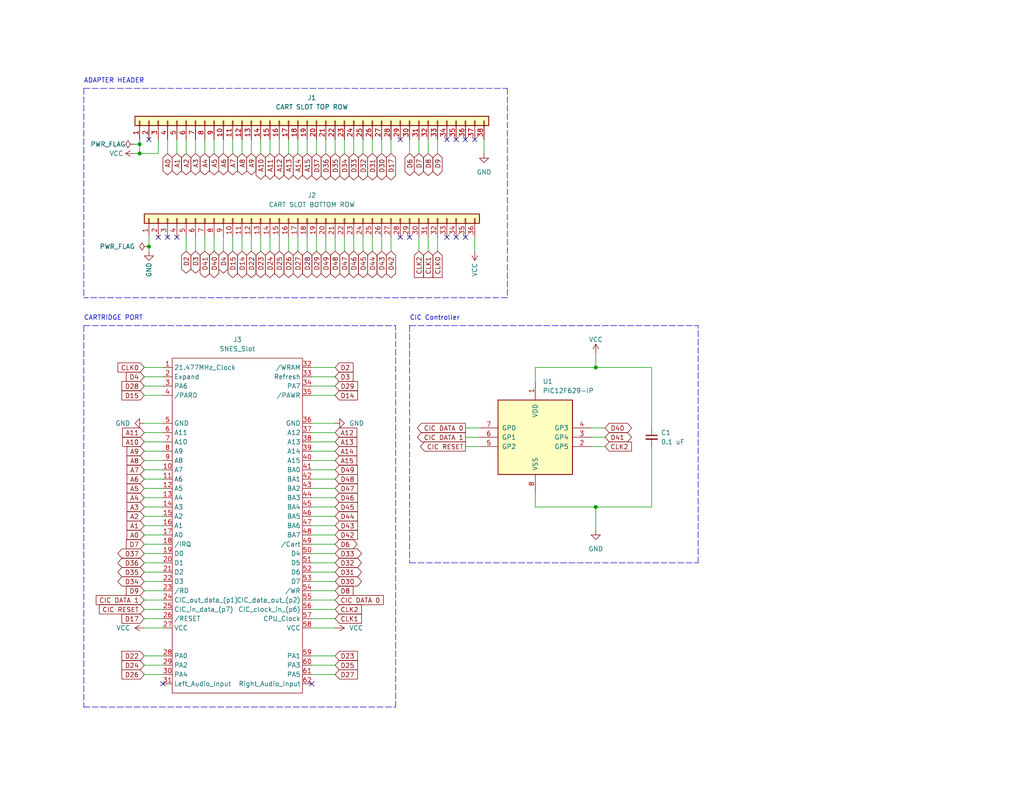
<source format=kicad_sch>
(kicad_sch (version 20211123) (generator eeschema)
  (paper "A")
  (title_block (title "OSCR SHIELD - SNES BREAKOUT") (date "2023-01-23"))
  (lib_symbols
    (symbol "!OSCR:SNES_Slot"
      (property "Reference" "J" (at 12.7 45.72 0))
      (property "Value" "SNES_Slot" (at -11.43 45.72 0))
      (symbol "SNES_Slot_0_1"
        (rectangle (start -16.51 44.45) (end 19.05 -46.99) (stroke (width 0.1524)))
      )
      (symbol "SNES_Slot_1_1"
        (pin input line (at -19.05 41.91 0) (length 2.54) (name "21.477MHz_Clock") (number "1"))
        (pin input line (at -19.05 13.97 0) (length 2.54) (name "A7") (number "10"))
        (pin input line (at -19.05 11.43 0) (length 2.54) (name "A6") (number "11"))
        (pin input line (at -19.05 8.89 0) (length 2.54) (name "A5") (number "12"))
        (pin input line (at -19.05 6.35 0) (length 2.54) (name "A4") (number "13"))
        (pin input line (at -19.05 3.81 0) (length 2.54) (name "A3") (number "14"))
        (pin input line (at -19.05 1.27 0) (length 2.54) (name "A2") (number "15"))
        (pin input line (at -19.05 -1.27 0) (length 2.54) (name "A1") (number "16"))
        (pin input line (at -19.05 -3.81 0) (length 2.54) (name "A0") (number "17"))
        (pin input line (at -19.05 -6.35 0) (length 2.54) (name "/IRQ") (number "18"))
        (pin bidirectional line (at -19.05 -8.89 0) (length 2.54) (name "D0") (number "19"))
        (pin input line (at -19.05 39.37 0) (length 2.54) (name "Expand") (number "2"))
        (pin bidirectional line (at -19.05 -11.43 0) (length 2.54) (name "D1") (number "20"))
        (pin bidirectional line (at -19.05 -13.97 0) (length 2.54) (name "D2") (number "21"))
        (pin bidirectional line (at -19.05 -16.51 0) (length 2.54) (name "D3") (number "22"))
        (pin input line (at -19.05 -19.05 0) (length 2.54) (name "/RD") (number "23"))
        (pin output line (at -19.05 -21.59 0) (length 2.54) (name "CIC_out_data_(p1)") (number "24"))
        (pin input line (at -19.05 -24.13 0) (length 2.54) (name "CIC_in_data_(p7)") (number "25"))
        (pin input line (at -19.05 -26.67 0) (length 2.54) (name "/RESET") (number "26"))
        (pin power_in line (at -19.05 -29.21 0) (length 2.54) (name "VCC") (number "27"))
        (pin input line (at -19.05 -36.83 0) (length 2.54) (name "PA0") (number "28"))
        (pin input line (at -19.05 -39.37 0) (length 2.54) (name "PA2") (number "29"))
        (pin input line (at -19.05 36.83 0) (length 2.54) (name "PA6") (number "3"))
        (pin input line (at -19.05 -41.91 0) (length 2.54) (name "PA4") (number "30"))
        (pin input line (at -19.05 -44.45 0) (length 2.54) (name "Left_Audio_Input") (number "31"))
        (pin input line (at 21.59 41.91 180) (length 2.54) (name "/WRAM") (number "32"))
        (pin input line (at 21.59 39.37 180) (length 2.54) (name "Refresh") (number "33"))
        (pin input line (at 21.59 36.83 180) (length 2.54) (name "PA7") (number "34"))
        (pin input line (at 21.59 34.29 180) (length 2.54) (name "/PAWR") (number "35"))
        (pin power_in line (at 21.59 26.67 180) (length 2.54) (name "GND") (number "36"))
        (pin input line (at 21.59 24.13 180) (length 2.54) (name "A12") (number "37"))
        (pin input line (at 21.59 21.59 180) (length 2.54) (name "A13") (number "38"))
        (pin input line (at 21.59 19.05 180) (length 2.54) (name "A14") (number "39"))
        (pin input line (at -19.05 34.29 0) (length 2.54) (name "/PARD") (number "4"))
        (pin input line (at 21.59 16.51 180) (length 2.54) (name "A15") (number "40"))
        (pin input line (at 21.59 13.97 180) (length 2.54) (name "BA0") (number "41"))
        (pin input line (at 21.59 11.43 180) (length 2.54) (name "BA1") (number "42"))
        (pin input line (at 21.59 8.89 180) (length 2.54) (name "BA2") (number "43"))
        (pin input line (at 21.59 6.35 180) (length 2.54) (name "BA3") (number "44"))
        (pin input line (at 21.59 3.81 180) (length 2.54) (name "BA4") (number "45"))
        (pin input line (at 21.59 1.27 180) (length 2.54) (name "BA5") (number "46"))
        (pin input line (at 21.59 -1.27 180) (length 2.54) (name "BA6") (number "47"))
        (pin input line (at 21.59 -3.81 180) (length 2.54) (name "BA7") (number "48"))
        (pin input line (at 21.59 -6.35 180) (length 2.54) (name "/Cart") (number "49"))
        (pin power_in line (at -19.05 26.67 0) (length 2.54) (name "GND") (number "5"))
        (pin bidirectional line (at 21.59 -8.89 180) (length 2.54) (name "D4") (number "50"))
        (pin bidirectional line (at 21.59 -11.43 180) (length 2.54) (name "D5") (number "51"))
        (pin bidirectional line (at 21.59 -13.97 180) (length 2.54) (name "D6") (number "52"))
        (pin bidirectional line (at 21.59 -16.51 180) (length 2.54) (name "D7") (number "53"))
        (pin input line (at 21.59 -19.05 180) (length 2.54) (name "/WR") (number "54"))
        (pin output line (at 21.59 -21.59 180) (length 2.54) (name "CIC_data_out_(p2)") (number "55"))
        (pin input line (at 21.59 -24.13 180) (length 2.54) (name "CIC_clock_in_(p6)") (number "56"))
        (pin input line (at 21.59 -26.67 180) (length 2.54) (name "CPU_Clock") (number "57"))
        (pin power_in line (at 21.59 -29.21 180) (length 2.54) (name "VCC") (number "58"))
        (pin input line (at 21.59 -36.83 180) (length 2.54) (name "PA1") (number "59"))
        (pin input line (at -19.05 24.13 0) (length 2.54) (name "A11") (number "6"))
        (pin input line (at 21.59 -39.37 180) (length 2.54) (name "PA3") (number "60"))
        (pin input line (at 21.59 -41.91 180) (length 2.54) (name "PA5") (number "61"))
        (pin input line (at 21.59 -44.45 180) (length 2.54) (name "Right_Audio_Input") (number "62"))
        (pin input line (at -19.05 21.59 0) (length 2.54) (name "A10") (number "7"))
        (pin input line (at -19.05 19.05 0) (length 2.54) (name "A9") (number "8"))
        (pin input line (at -19.05 16.51 0) (length 2.54) (name "A8") (number "9"))
      )
    )
    (symbol "Connector_Generic:Conn_01x36" (pin_names (offset 1.016) hide)
      (property "Reference" "J" (at 0 45.72 0))
      (property "Value" "Conn_01x36" (at 0 -48.26 0))
      (symbol "Conn_01x36_1_1"
        (rectangle (start -1.27 -45.593) (end 0 -45.847) (stroke (width 0.1524)))
        (rectangle (start -1.27 -43.053) (end 0 -43.307) (stroke (width 0.1524)))
        (rectangle (start -1.27 -40.513) (end 0 -40.767) (stroke (width 0.1524)))
        (rectangle (start -1.27 -37.973) (end 0 -38.227) (stroke (width 0.1524)))
        (rectangle (start -1.27 -35.433) (end 0 -35.687) (stroke (width 0.1524)))
        (rectangle (start -1.27 -32.893) (end 0 -33.147) (stroke (width 0.1524)))
        (rectangle (start -1.27 -30.353) (end 0 -30.607) (stroke (width 0.1524)))
        (rectangle (start -1.27 -27.813) (end 0 -28.067) (stroke (width 0.1524)))
        (rectangle (start -1.27 -25.273) (end 0 -25.527) (stroke (width 0.1524)))
        (rectangle (start -1.27 -22.733) (end 0 -22.987) (stroke (width 0.1524)))
        (rectangle (start -1.27 -20.193) (end 0 -20.447) (stroke (width 0.1524)))
        (rectangle (start -1.27 -17.653) (end 0 -17.907) (stroke (width 0.1524)))
        (rectangle (start -1.27 -15.113) (end 0 -15.367) (stroke (width 0.1524)))
        (rectangle (start -1.27 -12.573) (end 0 -12.827) (stroke (width 0.1524)))
        (rectangle (start -1.27 -10.033) (end 0 -10.287) (stroke (width 0.1524)))
        (rectangle (start -1.27 -7.493) (end 0 -7.747) (stroke (width 0.1524)))
        (rectangle (start -1.27 -4.953) (end 0 -5.207) (stroke (width 0.1524)))
        (rectangle (start -1.27 -2.413) (end 0 -2.667) (stroke (width 0.1524)))
        (rectangle (start -1.27 0.127) (end 0 -0.127) (stroke (width 0.1524)))
        (rectangle (start -1.27 2.667) (end 0 2.413) (stroke (width 0.1524)))
        (rectangle (start -1.27 5.207) (end 0 4.953) (stroke (width 0.1524)))
        (rectangle (start -1.27 7.747) (end 0 7.493) (stroke (width 0.1524)))
        (rectangle (start -1.27 10.287) (end 0 10.033) (stroke (width 0.1524)))
        (rectangle (start -1.27 12.827) (end 0 12.573) (stroke (width 0.1524)))
        (rectangle (start -1.27 15.367) (end 0 15.113) (stroke (width 0.1524)))
        (rectangle (start -1.27 17.907) (end 0 17.653) (stroke (width 0.1524)))
        (rectangle (start -1.27 20.447) (end 0 20.193) (stroke (width 0.1524)))
        (rectangle (start -1.27 22.987) (end 0 22.733) (stroke (width 0.1524)))
        (rectangle (start -1.27 25.527) (end 0 25.273) (stroke (width 0.1524)))
        (rectangle (start -1.27 28.067) (end 0 27.813) (stroke (width 0.1524)))
        (rectangle (start -1.27 30.607) (end 0 30.353) (stroke (width 0.1524)))
        (rectangle (start -1.27 33.147) (end 0 32.893) (stroke (width 0.1524)))
        (rectangle (start -1.27 35.687) (end 0 35.433) (stroke (width 0.1524)))
        (rectangle (start -1.27 38.227) (end 0 37.973) (stroke (width 0.1524)))
        (rectangle (start -1.27 40.767) (end 0 40.513) (stroke (width 0.1524)))
        (rectangle (start -1.27 43.307) (end 0 43.053) (stroke (width 0.1524)))
        (rectangle (start -1.27 44.45) (end 1.27 -46.99) (stroke (width 0.254)) (fill (type background)))
        (pin passive line (at -5.08 43.18 0) (length 3.81) (name "Pin_1") (number "1"))
        (pin passive line (at -5.08 20.32 0) (length 3.81) (name "Pin_10") (number "10"))
        (pin passive line (at -5.08 17.78 0) (length 3.81) (name "Pin_11") (number "11"))
        (pin passive line (at -5.08 15.24 0) (length 3.81) (name "Pin_12") (number "12"))
        (pin passive line (at -5.08 12.7 0) (length 3.81) (name "Pin_13") (number "13"))
        (pin passive line (at -5.08 10.16 0) (length 3.81) (name "Pin_14") (number "14"))
        (pin passive line (at -5.08 7.62 0) (length 3.81) (name "Pin_15") (number "15"))
        (pin passive line (at -5.08 5.08 0) (length 3.81) (name "Pin_16") (number "16"))
        (pin passive line (at -5.08 2.54 0) (length 3.81) (name "Pin_17") (number "17"))
        (pin passive line (at -5.08 0 0) (length 3.81) (name "Pin_18") (number "18"))
        (pin passive line (at -5.08 -2.54 0) (length 3.81) (name "Pin_19") (number "19"))
        (pin passive line (at -5.08 40.64 0) (length 3.81) (name "Pin_2") (number "2"))
        (pin passive line (at -5.08 -5.08 0) (length 3.81) (name "Pin_20") (number "20"))
        (pin passive line (at -5.08 -7.62 0) (length 3.81) (name "Pin_21") (number "21"))
        (pin passive line (at -5.08 -10.16 0) (length 3.81) (name "Pin_22") (number "22"))
        (pin passive line (at -5.08 -12.7 0) (length 3.81) (name "Pin_23") (number "23"))
        (pin passive line (at -5.08 -15.24 0) (length 3.81) (name "Pin_24") (number "24"))
        (pin passive line (at -5.08 -17.78 0) (length 3.81) (name "Pin_25") (number "25"))
        (pin passive line (at -5.08 -20.32 0) (length 3.81) (name "Pin_26") (number "26"))
        (pin passive line (at -5.08 -22.86 0) (length 3.81) (name "Pin_27") (number "27"))
        (pin passive line (at -5.08 -25.4 0) (length 3.81) (name "Pin_28") (number "28"))
        (pin passive line (at -5.08 -27.94 0) (length 3.81) (name "Pin_29") (number "29"))
        (pin passive line (at -5.08 38.1 0) (length 3.81) (name "Pin_3") (number "3"))
        (pin passive line (at -5.08 -30.48 0) (length 3.81) (name "Pin_30") (number "30"))
        (pin passive line (at -5.08 -33.02 0) (length 3.81) (name "Pin_31") (number "31"))
        (pin passive line (at -5.08 -35.56 0) (length 3.81) (name "Pin_32") (number "32"))
        (pin passive line (at -5.08 -38.1 0) (length 3.81) (name "Pin_33") (number "33"))
        (pin passive line (at -5.08 -40.64 0) (length 3.81) (name "Pin_34") (number "34"))
        (pin passive line (at -5.08 -43.18 0) (length 3.81) (name "Pin_35") (number "35"))
        (pin passive line (at -5.08 -45.72 0) (length 3.81) (name "Pin_36") (number "36"))
        (pin passive line (at -5.08 35.56 0) (length 3.81) (name "Pin_4") (number "4"))
        (pin passive line (at -5.08 33.02 0) (length 3.81) (name "Pin_5") (number "5"))
        (pin passive line (at -5.08 30.48 0) (length 3.81) (name "Pin_6") (number "6"))
        (pin passive line (at -5.08 27.94 0) (length 3.81) (name "Pin_7") (number "7"))
        (pin passive line (at -5.08 25.4 0) (length 3.81) (name "Pin_8") (number "8"))
        (pin passive line (at -5.08 22.86 0) (length 3.81) (name "Pin_9") (number "9"))
      )
    )
    (symbol "Connector_Generic:Conn_01x38" (pin_names (offset 1.016) hide)
      (property "Reference" "J" (at 0 48.26 0))
      (property "Value" "Conn_01x38" (at 0 -50.8 0))
      (symbol "Conn_01x38_1_1"
        (rectangle (start -1.27 -48.133) (end 0 -48.387) (stroke (width 0.1524)))
        (rectangle (start -1.27 -45.593) (end 0 -45.847) (stroke (width 0.1524)))
        (rectangle (start -1.27 -43.053) (end 0 -43.307) (stroke (width 0.1524)))
        (rectangle (start -1.27 -40.513) (end 0 -40.767) (stroke (width 0.1524)))
        (rectangle (start -1.27 -37.973) (end 0 -38.227) (stroke (width 0.1524)))
        (rectangle (start -1.27 -35.433) (end 0 -35.687) (stroke (width 0.1524)))
        (rectangle (start -1.27 -32.893) (end 0 -33.147) (stroke (width 0.1524)))
        (rectangle (start -1.27 -30.353) (end 0 -30.607) (stroke (width 0.1524)))
        (rectangle (start -1.27 -27.813) (end 0 -28.067) (stroke (width 0.1524)))
        (rectangle (start -1.27 -25.273) (end 0 -25.527) (stroke (width 0.1524)))
        (rectangle (start -1.27 -22.733) (end 0 -22.987) (stroke (width 0.1524)))
        (rectangle (start -1.27 -20.193) (end 0 -20.447) (stroke (width 0.1524)))
        (rectangle (start -1.27 -17.653) (end 0 -17.907) (stroke (width 0.1524)))
        (rectangle (start -1.27 -15.113) (end 0 -15.367) (stroke (width 0.1524)))
        (rectangle (start -1.27 -12.573) (end 0 -12.827) (stroke (width 0.1524)))
        (rectangle (start -1.27 -10.033) (end 0 -10.287) (stroke (width 0.1524)))
        (rectangle (start -1.27 -7.493) (end 0 -7.747) (stroke (width 0.1524)))
        (rectangle (start -1.27 -4.953) (end 0 -5.207) (stroke (width 0.1524)))
        (rectangle (start -1.27 -2.413) (end 0 -2.667) (stroke (width 0.1524)))
        (rectangle (start -1.27 0.127) (end 0 -0.127) (stroke (width 0.1524)))
        (rectangle (start -1.27 2.667) (end 0 2.413) (stroke (width 0.1524)))
        (rectangle (start -1.27 5.207) (end 0 4.953) (stroke (width 0.1524)))
        (rectangle (start -1.27 7.747) (end 0 7.493) (stroke (width 0.1524)))
        (rectangle (start -1.27 10.287) (end 0 10.033) (stroke (width 0.1524)))
        (rectangle (start -1.27 12.827) (end 0 12.573) (stroke (width 0.1524)))
        (rectangle (start -1.27 15.367) (end 0 15.113) (stroke (width 0.1524)))
        (rectangle (start -1.27 17.907) (end 0 17.653) (stroke (width 0.1524)))
        (rectangle (start -1.27 20.447) (end 0 20.193) (stroke (width 0.1524)))
        (rectangle (start -1.27 22.987) (end 0 22.733) (stroke (width 0.1524)))
        (rectangle (start -1.27 25.527) (end 0 25.273) (stroke (width 0.1524)))
        (rectangle (start -1.27 28.067) (end 0 27.813) (stroke (width 0.1524)))
        (rectangle (start -1.27 30.607) (end 0 30.353) (stroke (width 0.1524)))
        (rectangle (start -1.27 33.147) (end 0 32.893) (stroke (width 0.1524)))
        (rectangle (start -1.27 35.687) (end 0 35.433) (stroke (width 0.1524)))
        (rectangle (start -1.27 38.227) (end 0 37.973) (stroke (width 0.1524)))
        (rectangle (start -1.27 40.767) (end 0 40.513) (stroke (width 0.1524)))
        (rectangle (start -1.27 43.307) (end 0 43.053) (stroke (width 0.1524)))
        (rectangle (start -1.27 45.847) (end 0 45.593) (stroke (width 0.1524)))
        (rectangle (start -1.27 46.99) (end 1.27 -49.53) (stroke (width 0.254)) (fill (type background)))
        (pin passive line (at -5.08 45.72 0) (length 3.81) (name "Pin_1") (number "1"))
        (pin passive line (at -5.08 22.86 0) (length 3.81) (name "Pin_10") (number "10"))
        (pin passive line (at -5.08 20.32 0) (length 3.81) (name "Pin_11") (number "11"))
        (pin passive line (at -5.08 17.78 0) (length 3.81) (name "Pin_12") (number "12"))
        (pin passive line (at -5.08 15.24 0) (length 3.81) (name "Pin_13") (number "13"))
        (pin passive line (at -5.08 12.7 0) (length 3.81) (name "Pin_14") (number "14"))
        (pin passive line (at -5.08 10.16 0) (length 3.81) (name "Pin_15") (number "15"))
        (pin passive line (at -5.08 7.62 0) (length 3.81) (name "Pin_16") (number "16"))
        (pin passive line (at -5.08 5.08 0) (length 3.81) (name "Pin_17") (number "17"))
        (pin passive line (at -5.08 2.54 0) (length 3.81) (name "Pin_18") (number "18"))
        (pin passive line (at -5.08 0 0) (length 3.81) (name "Pin_19") (number "19"))
        (pin passive line (at -5.08 43.18 0) (length 3.81) (name "Pin_2") (number "2"))
        (pin passive line (at -5.08 -2.54 0) (length 3.81) (name "Pin_20") (number "20"))
        (pin passive line (at -5.08 -5.08 0) (length 3.81) (name "Pin_21") (number "21"))
        (pin passive line (at -5.08 -7.62 0) (length 3.81) (name "Pin_22") (number "22"))
        (pin passive line (at -5.08 -10.16 0) (length 3.81) (name "Pin_23") (number "23"))
        (pin passive line (at -5.08 -12.7 0) (length 3.81) (name "Pin_24") (number "24"))
        (pin passive line (at -5.08 -15.24 0) (length 3.81) (name "Pin_25") (number "25"))
        (pin passive line (at -5.08 -17.78 0) (length 3.81) (name "Pin_26") (number "26"))
        (pin passive line (at -5.08 -20.32 0) (length 3.81) (name "Pin_27") (number "27"))
        (pin passive line (at -5.08 -22.86 0) (length 3.81) (name "Pin_28") (number "28"))
        (pin passive line (at -5.08 -25.4 0) (length 3.81) (name "Pin_29") (number "29"))
        (pin passive line (at -5.08 40.64 0) (length 3.81) (name "Pin_3") (number "3"))
        (pin passive line (at -5.08 -27.94 0) (length 3.81) (name "Pin_30") (number "30"))
        (pin passive line (at -5.08 -30.48 0) (length 3.81) (name "Pin_31") (number "31"))
        (pin passive line (at -5.08 -33.02 0) (length 3.81) (name "Pin_32") (number "32"))
        (pin passive line (at -5.08 -35.56 0) (length 3.81) (name "Pin_33") (number "33"))
        (pin passive line (at -5.08 -38.1 0) (length 3.81) (name "Pin_34") (number "34"))
        (pin passive line (at -5.08 -40.64 0) (length 3.81) (name "Pin_35") (number "35"))
        (pin passive line (at -5.08 -43.18 0) (length 3.81) (name "Pin_36") (number "36"))
        (pin passive line (at -5.08 -45.72 0) (length 3.81) (name "Pin_37") (number "37"))
        (pin passive line (at -5.08 -48.26 0) (length 3.81) (name "Pin_38") (number "38"))
        (pin passive line (at -5.08 38.1 0) (length 3.81) (name "Pin_4") (number "4"))
        (pin passive line (at -5.08 35.56 0) (length 3.81) (name "Pin_5") (number "5"))
        (pin passive line (at -5.08 33.02 0) (length 3.81) (name "Pin_6") (number "6"))
        (pin passive line (at -5.08 30.48 0) (length 3.81) (name "Pin_7") (number "7"))
        (pin passive line (at -5.08 27.94 0) (length 3.81) (name "Pin_8") (number "8"))
        (pin passive line (at -5.08 25.4 0) (length 3.81) (name "Pin_9") (number "9"))
      )
    )
    (symbol "Device:C_Small" (pin_numbers hide) (pin_names (offset 0.254) hide)
      (property "Reference" "C" (at 0.254 1.778 0))
      (property "Value" "C_Small" (at 0.254 -2.032 0))
      (symbol "C_Small_0_1"
        (polyline (pts (xy -1.524 -0.508) (xy 1.524 -0.508)) (stroke (width 0.3302)))
        (polyline (pts (xy -1.524 0.508) (xy 1.524 0.508)) (stroke (width 0.3048)))
      )
      (symbol "C_Small_1_1"
        (pin passive line (at 0 2.54 270) (length 2.032) (name "~") (number "1"))
        (pin passive line (at 0 -2.54 90) (length 2.032) (name "~") (number "2"))
      )
    )
    (symbol "MCU_Microchip_PIC12:PIC12F629-IP" (pin_names (offset 1.016))
      (property "Reference" "U" (at 1.27 13.97 0))
      (property "Value" "PIC12F629-IP" (at 1.27 11.43 0))
      (symbol "PIC12F629-IP_0_1"
        (rectangle (start 10.16 -10.16) (end -10.16 10.16) (stroke (width 0.254)) (fill (type background)))
      )
      (symbol "PIC12F629-IP_1_1"
        (pin power_in line (at 0 15.24 270) (length 5.08) (name "VDD") (number "1"))
        (pin bidirectional line (at 15.24 -2.54 180) (length 5.08) (name "GP5") (number "2"))
        (pin bidirectional line (at 15.24 0 180) (length 5.08) (name "GP4") (number "3"))
        (pin input line (at 15.24 2.54 180) (length 5.08) (name "GP3") (number "4"))
        (pin bidirectional line (at -15.24 -2.54 0) (length 5.08) (name "GP2") (number "5"))
        (pin bidirectional line (at -15.24 0 0) (length 5.08) (name "GP1") (number "6"))
        (pin bidirectional line (at -15.24 2.54 0) (length 5.08) (name "GP0") (number "7"))
        (pin power_in line (at 0 -15.24 90) (length 5.08) (name "VSS") (number "8"))
      )
    )
    (symbol "power:GND" (power) (pin_names (offset 0))
      (property "Value" "GND" (at 0 -3.81 0))
      (symbol "GND_0_1"
        (polyline (pts (xy 0 0) (xy 0 -1.27) (xy 1.27 -1.27) (xy 0 -2.54) (xy -1.27 -1.27) (xy 0 -1.27)))
      )
      (symbol "GND_1_1"
        (pin power_in line (at 0 0 270) (length 0) hide (name "GND") (number "1"))
      )
    )
    (symbol "power:PWR_FLAG" (power) (pin_numbers hide) (pin_names (offset 0) hide)
      (property "Value" "PWR_FLAG" (at 0 3.81 0))
      (symbol "PWR_FLAG_0_0"
        (pin power_out line (at 0 0 90) (length 0) (name "pwr") (number "1"))
      )
      (symbol "PWR_FLAG_0_1"
        (polyline (pts (xy 0 0) (xy 0 1.27) (xy -1.016 1.905) (xy 0 2.54) (xy 1.016 1.905) (xy 0 1.27)))
      )
    )
    (symbol "power:VCC" (power) (pin_names (offset 0))
      (property "Value" "VCC" (at 0 3.81 0))
      (symbol "VCC_0_1"
        (polyline (pts (xy -0.762 1.27) (xy 0 2.54)))
        (polyline (pts (xy 0 0) (xy 0 2.54)))
        (polyline (pts (xy 0 2.54) (xy 0.762 1.27)))
      )
      (symbol "VCC_1_1"
        (pin power_in line (at 0 0 90) (length 0) hide (name "VCC") (number "1"))
      )
    )
  )
  (junction (at 162.56 100.33))
  (junction (at 38.1 41.91))
  (junction (at 40.64 67.31))
  (junction (at 162.56 138.43))
  (junction (at 38.1 39.37))
  (no_connect (at 109.22 38.1))
  (no_connect (at 40.64 38.1))
  (no_connect (at 44.45 186.69))
  (no_connect (at 85.09 186.69))
  (no_connect (at 121.92 64.77))
  (no_connect (at 124.46 64.77))
  (no_connect (at 127 64.77))
  (no_connect (at 121.92 38.1))
  (no_connect (at 124.46 38.1))
  (no_connect (at 127 38.1))
  (no_connect (at 129.54 38.1))
  (no_connect (at 43.18 64.77))
  (no_connect (at 45.72 64.77))
  (no_connect (at 48.26 64.77))
  (no_connect (at 109.22 64.77))
  (no_connect (at 111.76 64.77))
  (wire (pts (xy 39.37 120.65) (xy 44.45 120.65)))
  (wire (pts (xy 53.34 64.77) (xy 53.34 68.58)))
  (wire (pts (xy 85.09 102.87) (xy 91.44 102.87)))
  (wire (pts (xy 39.37 107.95) (xy 44.45 107.95)))
  (wire (pts (xy 60.96 64.77) (xy 60.96 68.58)))
  (wire (pts (xy 39.37 143.51) (xy 44.45 143.51)))
  (wire (pts (xy 114.3 38.1) (xy 114.3 41.91)))
  (wire (pts (xy 96.52 38.1) (xy 96.52 41.91)))
  (wire (pts (xy 39.37 151.13) (xy 44.45 151.13)))
  (wire (pts (xy 81.28 38.1) (xy 81.28 41.91)))
  (wire (pts (xy 162.56 138.43) (xy 177.8 138.43)))
  (wire (pts (xy 85.09 166.37) (xy 91.44 166.37)))
  (polyline (pts (xy 190.5 153.67) (xy 190.5 88.9)))
  (wire (pts (xy 85.09 133.35) (xy 91.44 133.35)))
  (wire (pts (xy 161.29 116.84) (xy 165.1 116.84)))
  (wire (pts (xy 39.37 166.37) (xy 44.45 166.37)))
  (wire (pts (xy 86.36 64.77) (xy 86.36 68.58)))
  (wire (pts (xy 39.37 163.83) (xy 44.45 163.83)))
  (wire (pts (xy 85.09 146.05) (xy 91.44 146.05)))
  (wire (pts (xy 39.37 181.61) (xy 44.45 181.61)))
  (wire (pts (xy 39.37 153.67) (xy 44.45 153.67)))
  (polyline (pts (xy 111.76 153.67) (xy 190.5 153.67)))
  (wire (pts (xy 85.09 120.65) (xy 91.44 120.65)))
  (wire (pts (xy 38.1 39.37) (xy 38.1 41.91)))
  (wire (pts (xy 85.09 151.13) (xy 91.44 151.13)))
  (wire (pts (xy 39.37 128.27) (xy 44.45 128.27)))
  (wire (pts (xy 85.09 128.27) (xy 91.44 128.27)))
  (wire (pts (xy 111.76 38.1) (xy 111.76 41.91)))
  (polyline (pts (xy 22.86 193.04) (xy 107.95 193.04)))
  (wire (pts (xy 45.72 38.1) (xy 45.72 41.91)))
  (wire (pts (xy 78.74 38.1) (xy 78.74 41.91)))
  (wire (pts (xy 39.37 135.89) (xy 44.45 135.89)))
  (wire (pts (xy 38.1 38.1) (xy 38.1 39.37)))
  (wire (pts (xy 161.29 121.92) (xy 165.1 121.92)))
  (wire (pts (xy 76.2 38.1) (xy 76.2 41.91)))
  (wire (pts (xy 161.29 119.38) (xy 165.1 119.38)))
  (wire (pts (xy 83.82 64.77) (xy 83.82 68.58)))
  (polyline (pts (xy 111.76 88.9) (xy 111.76 153.67)))
  (wire (pts (xy 119.38 64.77) (xy 119.38 68.58)))
  (wire (pts (xy 177.8 138.43) (xy 177.8 121.92)))
  (wire (pts (xy 114.3 64.77) (xy 114.3 68.58)))
  (wire (pts (xy 39.37 125.73) (xy 44.45 125.73)))
  (wire (pts (xy 127 116.84) (xy 130.81 116.84)))
  (wire (pts (xy 39.37 102.87) (xy 44.45 102.87)))
  (wire (pts (xy 76.2 64.77) (xy 76.2 68.58)))
  (wire (pts (xy 85.09 100.33) (xy 91.44 100.33)))
  (wire (pts (xy 39.37 140.97) (xy 44.45 140.97)))
  (wire (pts (xy 85.09 163.83) (xy 91.44 163.83)))
  (wire (pts (xy 68.58 38.1) (xy 68.58 41.91)))
  (polyline (pts (xy 22.86 88.9) (xy 107.95 88.9)))
  (wire (pts (xy 43.18 38.1) (xy 43.18 41.91)))
  (wire (pts (xy 50.8 38.1) (xy 50.8 41.91)))
  (wire (pts (xy 36.83 39.37) (xy 38.1 39.37)))
  (polyline (pts (xy 107.95 193.04) (xy 107.95 88.9)))
  (wire (pts (xy 85.09 143.51) (xy 91.44 143.51)))
  (wire (pts (xy 85.09 184.15) (xy 91.44 184.15)))
  (wire (pts (xy 85.09 148.59) (xy 91.44 148.59)))
  (wire (pts (xy 48.26 38.1) (xy 48.26 41.91)))
  (wire (pts (xy 86.36 38.1) (xy 86.36 41.91)))
  (wire (pts (xy 39.37 100.33) (xy 44.45 100.33)))
  (wire (pts (xy 85.09 168.91) (xy 91.44 168.91)))
  (wire (pts (xy 101.6 64.77) (xy 101.6 68.58)))
  (wire (pts (xy 85.09 161.29) (xy 91.44 161.29)))
  (wire (pts (xy 73.66 38.1) (xy 73.66 41.91)))
  (wire (pts (xy 83.82 38.1) (xy 83.82 41.91)))
  (wire (pts (xy 93.98 64.77) (xy 93.98 68.58)))
  (polyline (pts (xy 22.86 24.13) (xy 22.86 81.28)))
  (polyline (pts (xy 22.86 24.13) (xy 138.43 24.13)))
  (polyline (pts (xy 138.43 24.13) (xy 138.43 81.28)))
  (polyline (pts (xy 138.43 81.28) (xy 22.86 81.28)))
  (wire (pts (xy 58.42 64.77) (xy 58.42 68.58)))
  (wire (pts (xy 55.88 38.1) (xy 55.88 41.91)))
  (wire (pts (xy 39.37 179.07) (xy 44.45 179.07)))
  (wire (pts (xy 104.14 38.1) (xy 104.14 41.91)))
  (polyline (pts (xy 111.76 88.9) (xy 190.5 88.9)))
  (wire (pts (xy 99.06 38.1) (xy 99.06 41.91)))
  (wire (pts (xy 85.09 130.81) (xy 91.44 130.81)))
  (wire (pts (xy 99.06 64.77) (xy 99.06 68.58)))
  (wire (pts (xy 81.28 64.77) (xy 81.28 68.58)))
  (wire (pts (xy 68.58 64.77) (xy 68.58 68.58)))
  (wire (pts (xy 71.12 38.1) (xy 71.12 41.91)))
  (wire (pts (xy 85.09 118.11) (xy 91.44 118.11)))
  (wire (pts (xy 91.44 38.1) (xy 91.44 41.91)))
  (wire (pts (xy 116.84 38.1) (xy 116.84 41.91)))
  (wire (pts (xy 85.09 138.43) (xy 91.44 138.43)))
  (wire (pts (xy 39.37 146.05) (xy 44.45 146.05)))
  (wire (pts (xy 39.37 168.91) (xy 44.45 168.91)))
  (wire (pts (xy 50.8 64.77) (xy 50.8 68.58)))
  (wire (pts (xy 39.37 156.21) (xy 44.45 156.21)))
  (wire (pts (xy 38.1 41.91) (xy 43.18 41.91)))
  (wire (pts (xy 85.09 140.97) (xy 91.44 140.97)))
  (wire (pts (xy 71.12 64.77) (xy 71.12 68.58)))
  (wire (pts (xy 39.37 123.19) (xy 44.45 123.19)))
  (wire (pts (xy 58.42 38.1) (xy 58.42 41.91)))
  (wire (pts (xy 39.37 161.29) (xy 44.45 161.29)))
  (polyline (pts (xy 22.86 88.9) (xy 22.86 193.04)))
  (wire (pts (xy 85.09 105.41) (xy 91.44 105.41)))
  (wire (pts (xy 127 119.38) (xy 130.81 119.38)))
  (wire (pts (xy 39.37 115.57) (xy 44.45 115.57)))
  (wire (pts (xy 85.09 158.75) (xy 91.44 158.75)))
  (wire (pts (xy 39.37 118.11) (xy 44.45 118.11)))
  (wire (pts (xy 39.37 148.59) (xy 44.45 148.59)))
  (wire (pts (xy 146.05 138.43) (xy 162.56 138.43)))
  (wire (pts (xy 53.34 38.1) (xy 53.34 41.91)))
  (wire (pts (xy 146.05 100.33) (xy 162.56 100.33)))
  (wire (pts (xy 85.09 135.89) (xy 91.44 135.89)))
  (wire (pts (xy 116.84 64.77) (xy 116.84 68.58)))
  (wire (pts (xy 162.56 100.33) (xy 177.8 100.33)))
  (wire (pts (xy 36.83 41.91) (xy 38.1 41.91)))
  (wire (pts (xy 106.68 38.1) (xy 106.68 41.91)))
  (wire (pts (xy 85.09 115.57) (xy 91.44 115.57)))
  (wire (pts (xy 63.5 38.1) (xy 63.5 41.91)))
  (wire (pts (xy 162.56 96.52) (xy 162.56 100.33)))
  (wire (pts (xy 96.52 64.77) (xy 96.52 68.58)))
  (wire (pts (xy 66.04 64.77) (xy 66.04 68.58)))
  (wire (pts (xy 85.09 125.73) (xy 91.44 125.73)))
  (wire (pts (xy 39.37 171.45) (xy 44.45 171.45)))
  (wire (pts (xy 39.37 158.75) (xy 44.45 158.75)))
  (wire (pts (xy 85.09 107.95) (xy 91.44 107.95)))
  (wire (pts (xy 132.08 38.1) (xy 132.08 41.91)))
  (wire (pts (xy 39.37 138.43) (xy 44.45 138.43)))
  (wire (pts (xy 78.74 64.77) (xy 78.74 68.58)))
  (wire (pts (xy 85.09 156.21) (xy 91.44 156.21)))
  (wire (pts (xy 85.09 171.45) (xy 91.44 171.45)))
  (wire (pts (xy 119.38 38.1) (xy 119.38 41.91)))
  (wire (pts (xy 85.09 123.19) (xy 91.44 123.19)))
  (wire (pts (xy 66.04 38.1) (xy 66.04 41.91)))
  (wire (pts (xy 60.96 38.1) (xy 60.96 41.91)))
  (wire (pts (xy 88.9 64.77) (xy 88.9 68.58)))
  (wire (pts (xy 85.09 179.07) (xy 91.44 179.07)))
  (wire (pts (xy 88.9 38.1) (xy 88.9 41.91)))
  (wire (pts (xy 39.37 133.35) (xy 44.45 133.35)))
  (wire (pts (xy 146.05 104.14) (xy 146.05 100.33)))
  (wire (pts (xy 39.37 130.81) (xy 44.45 130.81)))
  (wire (pts (xy 146.05 134.62) (xy 146.05 138.43)))
  (wire (pts (xy 127 121.92) (xy 130.81 121.92)))
  (wire (pts (xy 91.44 64.77) (xy 91.44 68.58)))
  (wire (pts (xy 73.66 64.77) (xy 73.66 68.58)))
  (wire (pts (xy 129.54 64.77) (xy 129.54 68.58)))
  (wire (pts (xy 85.09 181.61) (xy 91.44 181.61)))
  (wire (pts (xy 39.37 184.15) (xy 44.45 184.15)))
  (wire (pts (xy 93.98 38.1) (xy 93.98 41.91)))
  (wire (pts (xy 55.88 64.77) (xy 55.88 68.58)))
  (wire (pts (xy 101.6 38.1) (xy 101.6 41.91)))
  (wire (pts (xy 39.37 105.41) (xy 44.45 105.41)))
  (wire (pts (xy 40.64 64.77) (xy 40.64 67.31)))
  (wire (pts (xy 40.64 67.31) (xy 40.64 68.58)))
  (wire (pts (xy 177.8 100.33) (xy 177.8 116.84)))
  (wire (pts (xy 162.56 138.43) (xy 162.56 144.78)))
  (wire (pts (xy 104.14 64.77) (xy 104.14 68.58)))
  (wire (pts (xy 106.68 64.77) (xy 106.68 68.58)))
  (wire (pts (xy 63.5 64.77) (xy 63.5 68.58)))
  (wire (pts (xy 85.09 153.67) (xy 91.44 153.67)))
  (text "CARTRIDGE PORT" (at 22.86 87.63 0) (effects (font (size 1.27 1.27)) (justify left bottom)))
  (text "ADAPTER HEADER" (at 22.86 22.86 0) (effects (font (size 1.27 1.27)) (justify left bottom)))
  (text "CIC Controller" (at 111.76 87.63 0) (effects (font (size 1.27 1.27)) (justify left bottom)))
  (global_label "D33" (shape bidirectional) (at 91.44 151.13 0) (property "Intersheet References" "${INTERSHEET_REFS}" (effects hide)))
  (global_label "A6" (shape bidirectional) (at 60.96 41.91 270) (property "Intersheet References" "${INTERSHEET_REFS}" (effects hide)))
  (global_label "A8" (shape input) (at 39.37 125.73 180) (property "Intersheet References" "${INTERSHEET_REFS}" (effects hide)))
  (global_label "D29" (shape bidirectional) (at 86.36 68.58 270) (property "Intersheet References" "${INTERSHEET_REFS}" (effects hide)))
  (global_label "D27" (shape input) (at 91.44 184.15 0) (property "Intersheet References" "${INTERSHEET_REFS}" (effects hide)))
  (global_label "A9" (shape bidirectional) (at 68.58 41.91 270) (property "Intersheet References" "${INTERSHEET_REFS}" (effects hide)))
  (global_label "D2" (shape input) (at 91.44 100.33 0) (property "Intersheet References" "${INTERSHEET_REFS}" (effects hide)))
  (global_label "D28" (shape input) (at 39.37 105.41 180) (property "Intersheet References" "${INTERSHEET_REFS}" (effects hide)))
  (global_label "D31" (shape bidirectional) (at 101.6 41.91 270) (property "Intersheet References" "${INTERSHEET_REFS}" (effects hide)))
  (global_label "D24" (shape bidirectional) (at 73.66 68.58 270) (property "Intersheet References" "${INTERSHEET_REFS}" (effects hide)))
  (global_label "D40" (shape bidirectional) (at 165.1 116.84 0) (property "Intersheet References" "${INTERSHEET_REFS}" (effects hide)))
  (global_label "CLK2" (shape input) (at 91.44 166.37 0) (property "Intersheet References" "${INTERSHEET_REFS}" (effects hide)))
  (global_label "D17" (shape bidirectional) (at 106.68 41.91 270) (property "Intersheet References" "${INTERSHEET_REFS}" (effects hide)))
  (global_label "D34" (shape bidirectional) (at 93.98 41.91 270) (property "Intersheet References" "${INTERSHEET_REFS}" (effects hide)))
  (global_label "A11" (shape bidirectional) (at 73.66 41.91 270) (property "Intersheet References" "${INTERSHEET_REFS}" (effects hide)))
  (global_label "D46" (shape bidirectional) (at 96.52 68.58 270) (property "Intersheet References" "${INTERSHEET_REFS}" (effects hide)))
  (global_label "D25" (shape bidirectional) (at 76.2 68.58 270) (property "Intersheet References" "${INTERSHEET_REFS}" (effects hide)))
  (global_label "D44" (shape input) (at 91.44 140.97 0) (property "Intersheet References" "${INTERSHEET_REFS}" (effects hide)))
  (global_label "CLK1" (shape input) (at 116.84 68.58 270) (property "Intersheet References" "${INTERSHEET_REFS}" (effects hide)))
  (global_label "A5" (shape bidirectional) (at 58.42 41.91 270) (property "Intersheet References" "${INTERSHEET_REFS}" (effects hide)))
  (global_label "A15" (shape input) (at 91.44 125.73 0) (property "Intersheet References" "${INTERSHEET_REFS}" (effects hide)))
  (global_label "D37" (shape bidirectional) (at 39.37 151.13 180) (property "Intersheet References" "${INTERSHEET_REFS}" (effects hide)))
  (global_label "D49" (shape bidirectional) (at 88.9 68.58 270) (property "Intersheet References" "${INTERSHEET_REFS}" (effects hide)))
  (global_label "CLK2" (shape input) (at 165.1 121.92 0) (property "Intersheet References" "${INTERSHEET_REFS}" (effects hide)))
  (global_label "D29" (shape input) (at 91.44 105.41 0) (property "Intersheet References" "${INTERSHEET_REFS}" (effects hide)))
  (global_label "D7" (shape bidirectional) (at 114.3 41.91 270) (property "Intersheet References" "${INTERSHEET_REFS}" (effects hide)))
  (global_label "D26" (shape input) (at 39.37 184.15 180) (property "Intersheet References" "${INTERSHEET_REFS}" (effects hide)))
  (global_label "D25" (shape input) (at 91.44 181.61 0) (property "Intersheet References" "${INTERSHEET_REFS}" (effects hide)))
  (global_label "A2" (shape input) (at 39.37 140.97 180) (property "Intersheet References" "${INTERSHEET_REFS}" (effects hide)))
  (global_label "D9" (shape input) (at 39.37 161.29 180) (property "Intersheet References" "${INTERSHEET_REFS}" (effects hide)))
  (global_label "A4" (shape input) (at 39.37 135.89 180) (property "Intersheet References" "${INTERSHEET_REFS}" (effects hide)))
  (global_label "D34" (shape bidirectional) (at 39.37 158.75 180) (property "Intersheet References" "${INTERSHEET_REFS}" (effects hide)))
  (global_label "D33" (shape bidirectional) (at 96.52 41.91 270) (property "Intersheet References" "${INTERSHEET_REFS}" (effects hide)))
  (global_label "A12" (shape bidirectional) (at 76.2 41.91 270) (property "Intersheet References" "${INTERSHEET_REFS}" (effects hide)))
  (global_label "CLK0" (shape input) (at 119.38 68.58 270) (property "Intersheet References" "${INTERSHEET_REFS}" (effects hide)))
  (global_label "D9" (shape bidirectional) (at 119.38 41.91 270) (property "Intersheet References" "${INTERSHEET_REFS}" (effects hide)))
  (global_label "D17" (shape input) (at 39.37 168.91 180) (property "Intersheet References" "${INTERSHEET_REFS}" (effects hide)))
  (global_label "D31" (shape bidirectional) (at 91.44 156.21 0) (property "Intersheet References" "${INTERSHEET_REFS}" (effects hide)))
  (global_label "A7" (shape bidirectional) (at 63.5 41.91 270) (property "Intersheet References" "${INTERSHEET_REFS}" (effects hide)))
  (global_label "D30" (shape bidirectional) (at 104.14 41.91 270) (property "Intersheet References" "${INTERSHEET_REFS}" (effects hide)))
  (global_label "D15" (shape bidirectional) (at 63.5 68.58 270) (property "Intersheet References" "${INTERSHEET_REFS}" (effects hide)))
  (global_label "D4" (shape input) (at 39.37 102.87 180) (property "Intersheet References" "${INTERSHEET_REFS}" (effects hide)))
  (global_label "D28" (shape bidirectional) (at 83.82 68.58 270) (property "Intersheet References" "${INTERSHEET_REFS}" (effects hide)))
  (global_label "A3" (shape input) (at 39.37 138.43 180) (property "Intersheet References" "${INTERSHEET_REFS}" (effects hide)))
  (global_label "D40" (shape bidirectional) (at 58.42 68.58 270) (property "Intersheet References" "${INTERSHEET_REFS}" (effects hide)))
  (global_label "A1" (shape bidirectional) (at 48.26 41.91 270) (property "Intersheet References" "${INTERSHEET_REFS}" (effects hide)))
  (global_label "D41" (shape bidirectional) (at 165.1 119.38 0) (property "Intersheet References" "${INTERSHEET_REFS}" (effects hide)))
  (global_label "D47" (shape bidirectional) (at 93.98 68.58 270) (property "Intersheet References" "${INTERSHEET_REFS}" (effects hide)))
  (global_label "D35" (shape bidirectional) (at 39.37 156.21 180) (property "Intersheet References" "${INTERSHEET_REFS}" (effects hide)))
  (global_label "A13" (shape bidirectional) (at 78.74 41.91 270) (property "Intersheet References" "${INTERSHEET_REFS}" (effects hide)))
  (global_label "D14" (shape input) (at 91.44 107.95 0) (property "Intersheet References" "${INTERSHEET_REFS}" (effects hide)))
  (global_label "A3" (shape bidirectional) (at 53.34 41.91 270) (property "Intersheet References" "${INTERSHEET_REFS}" (effects hide)))
  (global_label "D6" (shape bidirectional) (at 91.44 148.59 0) (property "Intersheet References" "${INTERSHEET_REFS}" (effects hide)))
  (global_label "D43" (shape input) (at 91.44 143.51 0) (property "Intersheet References" "${INTERSHEET_REFS}" (effects hide)))
  (global_label "D43" (shape bidirectional) (at 104.14 68.58 270) (property "Intersheet References" "${INTERSHEET_REFS}" (effects hide)))
  (global_label "D8" (shape bidirectional) (at 116.84 41.91 270) (property "Intersheet References" "${INTERSHEET_REFS}" (effects hide)))
  (global_label "D49" (shape input) (at 91.44 128.27 0) (property "Intersheet References" "${INTERSHEET_REFS}" (effects hide)))
  (global_label "D36" (shape bidirectional) (at 88.9 41.91 270) (property "Intersheet References" "${INTERSHEET_REFS}" (effects hide)))
  (global_label "D23" (shape bidirectional) (at 71.12 68.58 270) (property "Intersheet References" "${INTERSHEET_REFS}" (effects hide)))
  (global_label "D41" (shape bidirectional) (at 55.88 68.58 270) (property "Intersheet References" "${INTERSHEET_REFS}" (effects hide)))
  (global_label "A10" (shape input) (at 39.37 120.65 180) (property "Intersheet References" "${INTERSHEET_REFS}" (effects hide)))
  (global_label "D48" (shape input) (at 91.44 130.81 0) (property "Intersheet References" "${INTERSHEET_REFS}" (effects hide)))
  (global_label "D22" (shape input) (at 39.37 179.07 180) (property "Intersheet References" "${INTERSHEET_REFS}" (effects hide)))
  (global_label "D14" (shape bidirectional) (at 66.04 68.58 270) (property "Intersheet References" "${INTERSHEET_REFS}" (effects hide)))
  (global_label "D47" (shape input) (at 91.44 133.35 0) (property "Intersheet References" "${INTERSHEET_REFS}" (effects hide)))
  (global_label "A0" (shape input) (at 39.37 146.05 180) (property "Intersheet References" "${INTERSHEET_REFS}" (effects hide)))
  (global_label "CLK1" (shape input) (at 91.44 168.91 0) (property "Intersheet References" "${INTERSHEET_REFS}" (effects hide)))
  (global_label "A13" (shape input) (at 91.44 120.65 0) (property "Intersheet References" "${INTERSHEET_REFS}" (effects hide)))
  (global_label "D4" (shape bidirectional) (at 60.96 68.58 270) (property "Intersheet References" "${INTERSHEET_REFS}" (effects hide)))
  (global_label "D22" (shape bidirectional) (at 68.58 68.58 270) (property "Intersheet References" "${INTERSHEET_REFS}" (effects hide)))
  (global_label "A9" (shape input) (at 39.37 123.19 180) (property "Intersheet References" "${INTERSHEET_REFS}" (effects hide)))
  (global_label "D2" (shape bidirectional) (at 50.8 68.58 270) (property "Intersheet References" "${INTERSHEET_REFS}" (effects hide)))
  (global_label "A11" (shape input) (at 39.37 118.11 180) (property "Intersheet References" "${INTERSHEET_REFS}" (effects hide)))
  (global_label "D30" (shape bidirectional) (at 91.44 158.75 0) (property "Intersheet References" "${INTERSHEET_REFS}" (effects hide)))
  (global_label "D35" (shape bidirectional) (at 91.44 41.91 270) (property "Intersheet References" "${INTERSHEET_REFS}" (effects hide)))
  (global_label "A0" (shape bidirectional) (at 45.72 41.91 270) (property "Intersheet References" "${INTERSHEET_REFS}" (effects hide)))
  (global_label "D24" (shape input) (at 39.37 181.61 180) (property "Intersheet References" "${INTERSHEET_REFS}" (effects hide)))
  (global_label "A12" (shape input) (at 91.44 118.11 0) (property "Intersheet References" "${INTERSHEET_REFS}" (effects hide)))
  (global_label "D44" (shape bidirectional) (at 101.6 68.58 270) (property "Intersheet References" "${INTERSHEET_REFS}" (effects hide)))
  (global_label "D48" (shape bidirectional) (at 91.44 68.58 270) (property "Intersheet References" "${INTERSHEET_REFS}" (effects hide)))
  (global_label "A10" (shape bidirectional) (at 71.12 41.91 270) (property "Intersheet References" "${INTERSHEET_REFS}" (effects hide)))
  (global_label "CIC DATA 0" (shape output) (at 127 116.84 180) (property "Intersheet References" "${INTERSHEET_REFS}" (effects hide)))
  (global_label "CLK0" (shape input) (at 39.37 100.33 180) (property "Intersheet References" "${INTERSHEET_REFS}" (effects hide)))
  (global_label "D27" (shape bidirectional) (at 81.28 68.58 270) (property "Intersheet References" "${INTERSHEET_REFS}" (effects hide)))
  (global_label "D8" (shape input) (at 91.44 161.29 0) (property "Intersheet References" "${INTERSHEET_REFS}" (effects hide)))
  (global_label "A1" (shape input) (at 39.37 143.51 180) (property "Intersheet References" "${INTERSHEET_REFS}" (effects hide)))
  (global_label "D3" (shape bidirectional) (at 53.34 68.58 270) (property "Intersheet References" "${INTERSHEET_REFS}" (effects hide)))
  (global_label "D42" (shape bidirectional) (at 106.68 68.58 270) (property "Intersheet References" "${INTERSHEET_REFS}" (effects hide)))
  (global_label "CIC RESET" (shape output) (at 127 121.92 180) (property "Intersheet References" "${INTERSHEET_REFS}" (effects hide)))
  (global_label "D32" (shape bidirectional) (at 99.06 41.91 270) (property "Intersheet References" "${INTERSHEET_REFS}" (effects hide)))
  (global_label "CIC RESET" (shape input) (at 39.37 166.37 180) (property "Intersheet References" "${INTERSHEET_REFS}" (effects hide)))
  (global_label "D46" (shape input) (at 91.44 135.89 0) (property "Intersheet References" "${INTERSHEET_REFS}" (effects hide)))
  (global_label "CIC DATA 1" (shape input) (at 39.37 163.83 180) (property "Intersheet References" "${INTERSHEET_REFS}" (effects hide)))
  (global_label "D45" (shape input) (at 91.44 138.43 0) (property "Intersheet References" "${INTERSHEET_REFS}" (effects hide)))
  (global_label "D36" (shape bidirectional) (at 39.37 153.67 180) (property "Intersheet References" "${INTERSHEET_REFS}" (effects hide)))
  (global_label "D37" (shape bidirectional) (at 86.36 41.91 270) (property "Intersheet References" "${INTERSHEET_REFS}" (effects hide)))
  (global_label "A5" (shape input) (at 39.37 133.35 180) (property "Intersheet References" "${INTERSHEET_REFS}" (effects hide)))
  (global_label "A14" (shape bidirectional) (at 81.28 41.91 270) (property "Intersheet References" "${INTERSHEET_REFS}" (effects hide)))
  (global_label "CIC DATA 0" (shape input) (at 91.44 163.83 0) (property "Intersheet References" "${INTERSHEET_REFS}" (effects hide)))
  (global_label "D32" (shape bidirectional) (at 91.44 153.67 0) (property "Intersheet References" "${INTERSHEET_REFS}" (effects hide)))
  (global_label "A6" (shape input) (at 39.37 130.81 180) (property "Intersheet References" "${INTERSHEET_REFS}" (effects hide)))
  (global_label "D45" (shape bidirectional) (at 99.06 68.58 270) (property "Intersheet References" "${INTERSHEET_REFS}" (effects hide)))
  (global_label "A15" (shape bidirectional) (at 83.82 41.91 270) (property "Intersheet References" "${INTERSHEET_REFS}" (effects hide)))
  (global_label "A14" (shape input) (at 91.44 123.19 0) (property "Intersheet References" "${INTERSHEET_REFS}" (effects hide)))
  (global_label "D6" (shape bidirectional) (at 111.76 41.91 270) (property "Intersheet References" "${INTERSHEET_REFS}" (effects hide)))
  (global_label "D23" (shape input) (at 91.44 179.07 0) (property "Intersheet References" "${INTERSHEET_REFS}" (effects hide)))
  (global_label "CLK2" (shape input) (at 114.3 68.58 270) (property "Intersheet References" "${INTERSHEET_REFS}" (effects hide)))
  (global_label "D26" (shape bidirectional) (at 78.74 68.58 270) (property "Intersheet References" "${INTERSHEET_REFS}" (effects hide)))
  (global_label "CIC DATA 1" (shape output) (at 127 119.38 180) (property "Intersheet References" "${INTERSHEET_REFS}" (effects hide)))
  (global_label "A7" (shape input) (at 39.37 128.27 180) (property "Intersheet References" "${INTERSHEET_REFS}" (effects hide)))
  (global_label "A4" (shape bidirectional) (at 55.88 41.91 270) (property "Intersheet References" "${INTERSHEET_REFS}" (effects hide)))
  (global_label "D42" (shape input) (at 91.44 146.05 0) (property "Intersheet References" "${INTERSHEET_REFS}" (effects hide)))
  (global_label "D3" (shape input) (at 91.44 102.87 0) (property "Intersheet References" "${INTERSHEET_REFS}" (effects hide)))
  (global_label "D15" (shape input) (at 39.37 107.95 180) (property "Intersheet References" "${INTERSHEET_REFS}" (effects hide)))
  (global_label "A8" (shape bidirectional) (at 66.04 41.91 270) (property "Intersheet References" "${INTERSHEET_REFS}" (effects hide)))
  (global_label "D7" (shape input) (at 39.37 148.59 180) (property "Intersheet References" "${INTERSHEET_REFS}" (effects hide)))
  (global_label "A2" (shape bidirectional) (at 50.8 41.91 270) (property "Intersheet References" "${INTERSHEET_REFS}" (effects hide)))
  (symbol (lib_id "Connector_Generic:Conn_01x36") (at 83.82 59.69 90) (unit 1)
    (property "Reference" "J2" (at 85.09 53.34 90))
    (property "Value" "CART SLOT BOTTOM ROW" (at 85.09 55.88 90))
    (property "Footprint" "Connector_PinSocket_2.54mm:PinSocket_1x36_P2.54mm_Vertical" (effects hide))
  )
  (symbol (lib_id "power:GND") (at 40.64 68.58 0) (unit 1)
    (property "Reference" "#PWR01" (effects hide))
    (property "Value" "GND" (at 40.64 73.66 90))
  )
  (symbol (lib_id "!OSCR:SNES_Slot") (at 63.5 142.24 0) (unit 1)
    (property "Reference" "J3" (at 64.77 92.71 0))
    (property "Value" "SNES_Slot" (at 64.77 95.25 0))
    (property "Footprint" "!OSCR:SNES Slot" (effects hide))
  )
  (symbol (lib_id "MCU_Microchip_PIC12:PIC12F629-IP") (at 146.05 119.38 0) (unit 1)
    (property "Reference" "U1" (at 148.0694 104.14 0) (effects (justify left)))
    (property "Value" "PIC12F629-IP" (at 148.0694 106.68 0) (effects (justify left)))
    (property "Footprint" "Package_DIP:DIP-8_W7.62mm" (effects hide))
    (property "Datasheet" "http://ww1.microchip.com/downloads/en/DeviceDoc/41190G.pdf" (effects hide))
  )
  (symbol (lib_id "power:GND") (at 132.08 41.91 0) (unit 1)
    (property "Reference" "#PWR03" (effects hide))
    (property "Value" "GND" (at 132.08 46.99 0))
  )
  (symbol (lib_id "power:GND") (at 39.37 115.57 270) (unit 1)
    (property "Reference" "#PWR04" (effects hide))
    (property "Value" "GND" (at 35.56 115.5699 90) (effects (justify right)))
  )
  (symbol (lib_id "power:GND") (at 162.56 144.78 0) (unit 1)
    (property "Reference" "#PWR09" (effects hide))
    (property "Value" "GND" (at 162.56 149.86 0))
  )
  (symbol (lib_id "power:VCC") (at 129.54 68.58 180) (unit 1)
    (property "Reference" "#PWR02" (effects hide))
    (property "Value" "VCC" (at 129.54 73.66 90))
  )
  (symbol (lib_id "power:GND") (at 91.44 115.57 90) (unit 1)
    (property "Reference" "#PWR06" (effects hide))
    (property "Value" "GND" (at 95.25 115.5699 90) (effects (justify right)))
  )
  (symbol (lib_id "Device:C_Small") (at 177.8 119.38 0) (unit 1)
    (property "Reference" "C1" (at 180.34 118.1162 0) (effects (justify left)))
    (property "Value" "0.1 uF" (at 180.34 120.6562 0) (effects (justify left)))
    (property "Footprint" "Capacitor_THT:C_Disc_D5.0mm_W2.5mm_P5.00mm" (effects hide))
  )
  (symbol (lib_id "Connector_Generic:Conn_01x38") (at 83.82 33.02 90) (unit 1)
    (property "Reference" "J1" (at 85.09 26.67 90))
    (property "Value" "CART SLOT TOP ROW" (at 85.09 29.21 90))
    (property "Footprint" "Connector_PinSocket_2.54mm:PinSocket_1x38_P2.54mm_Vertical" (effects hide))
  )
  (symbol (lib_id "power:PWR_FLAG") (at 36.83 39.37 90) (unit 1)
    (property "Reference" "#FLG0101" (effects hide))
    (property "Value" "PWR_FLAG" (at 34.29 39.37 90) (effects (justify left)))
  )
  (symbol (lib_id "power:VCC") (at 91.44 171.45 270) (unit 1)
    (property "Reference" "#PWR07" (effects hide))
    (property "Value" "VCC" (at 95.25 171.4499 90) (effects (justify left)))
  )
  (symbol (lib_id "power:VCC") (at 162.56 96.52 0) (unit 1)
    (property "Reference" "#PWR08" (effects hide))
    (property "Value" "VCC" (at 162.56 92.71 0))
  )
  (symbol (lib_id "power:VCC") (at 39.37 171.45 90) (unit 1)
    (property "Reference" "#PWR05" (effects hide))
    (property "Value" "VCC" (at 35.56 171.4499 90) (effects (justify left)))
  )
  (symbol (lib_id "power:VCC") (at 36.83 41.91 90) (unit 1)
    (property "Reference" "#PWR013" (effects hide))
    (property "Value" "VCC" (at 31.75 41.91 90))
  )
  (symbol (lib_id "power:PWR_FLAG") (at 40.64 67.31 90) (unit 1)
    (property "Reference" "#FLG01" (effects hide))
    (property "Value" "PWR_FLAG" (at 36.83 67.3099 90) (effects (justify left)))
  )
)
</source>
